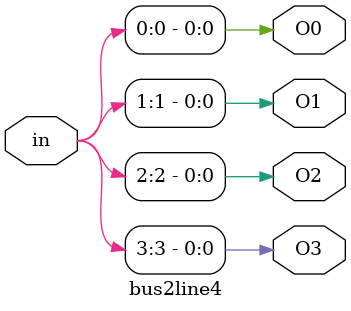
<source format=v>
module bus2line4(in,O0,O1,O2,O3);
	input [3:0] in;
	output O3,O2,O1,O0;
	
	assign O3 = in[3];
	assign O2 = in[2];
	assign O1 = in[1];
	assign O0 = in[0];
	
endmodule

</source>
